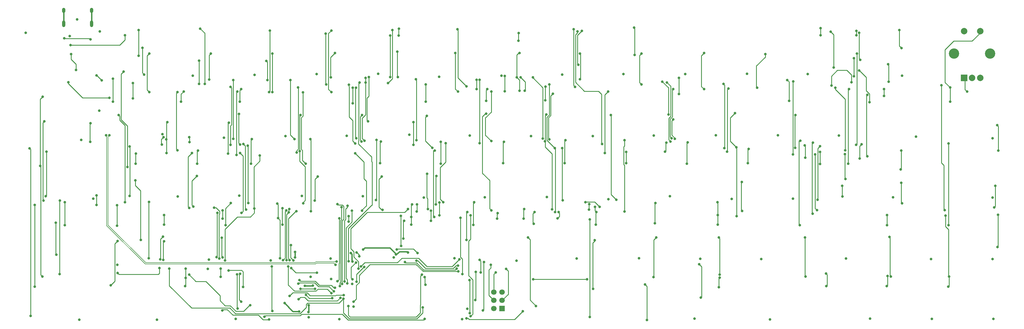
<source format=gbr>
%TF.GenerationSoftware,KiCad,Pcbnew,(6.0.8)*%
%TF.CreationDate,2023-04-08T23:36:10-04:00*%
%TF.ProjectId,keeb,6b656562-2e6b-4696-9361-645f70636258,rev?*%
%TF.SameCoordinates,Original*%
%TF.FileFunction,Copper,L1,Top*%
%TF.FilePolarity,Positive*%
%FSLAX46Y46*%
G04 Gerber Fmt 4.6, Leading zero omitted, Abs format (unit mm)*
G04 Created by KiCad (PCBNEW (6.0.8)) date 2023-04-08 23:36:10*
%MOMM*%
%LPD*%
G01*
G04 APERTURE LIST*
%TA.AperFunction,ComponentPad*%
%ADD10C,1.700000*%
%TD*%
%TA.AperFunction,ComponentPad*%
%ADD11R,1.700000X1.700000*%
%TD*%
%TA.AperFunction,ComponentPad*%
%ADD12C,2.000000*%
%TD*%
%TA.AperFunction,ComponentPad*%
%ADD13C,3.200000*%
%TD*%
%TA.AperFunction,ComponentPad*%
%ADD14R,2.000000X2.000000*%
%TD*%
%TA.AperFunction,ComponentPad*%
%ADD15O,1.000000X1.600000*%
%TD*%
%TA.AperFunction,ComponentPad*%
%ADD16O,1.000000X2.100000*%
%TD*%
%TA.AperFunction,ViaPad*%
%ADD17C,0.800000*%
%TD*%
%TA.AperFunction,Conductor*%
%ADD18C,0.200000*%
%TD*%
%TA.AperFunction,Conductor*%
%ADD19C,0.250000*%
%TD*%
%TA.AperFunction,Conductor*%
%ADD20C,0.381000*%
%TD*%
G04 APERTURE END LIST*
D10*
%TO.P,J1,1,MISO*%
%TO.N,MISO*%
X209088500Y-154622500D03*
%TO.P,J1,2,VCC*%
%TO.N,+5V*%
X211628500Y-154622500D03*
%TO.P,J1,3,SCK*%
%TO.N,SCK*%
X209088500Y-157162500D03*
%TO.P,J1,4,MOSI*%
%TO.N,MOSI*%
X211628500Y-157162500D03*
%TO.P,J1,5,~{RST}*%
%TO.N,RESET*%
X209088500Y-159702500D03*
D11*
%TO.P,J1,6,GND*%
%TO.N,GND*%
X211628500Y-159702500D03*
%TD*%
D12*
%TO.P,SW2,S2,S2*%
%TO.N,Net-(D103-Pad2)*%
X354687500Y-73712500D03*
%TO.P,SW2,S1,S1*%
%TO.N,COL9*%
X359687500Y-73712500D03*
D13*
%TO.P,SW2,MP*%
%TO.N,N/C*%
X362787500Y-80712500D03*
X351587500Y-80712500D03*
D12*
%TO.P,SW2,C,C*%
%TO.N,GND*%
X357187500Y-88212500D03*
%TO.P,SW2,B,B*%
%TO.N,RE1*%
X359687500Y-88212500D03*
D14*
%TO.P,SW2,A,A*%
%TO.N,RE2*%
X354687500Y-88212500D03*
%TD*%
D15*
%TO.P,USB1,13,SHIELD*%
%TO.N,GND*%
X75917330Y-67270635D03*
D16*
X75917330Y-71450635D03*
D15*
X84557330Y-67270635D03*
D16*
X84557330Y-71450635D03*
%TD*%
D17*
%TO.N,+5V*%
X258640000Y-106080000D03*
X87050000Y-73850000D03*
X151800000Y-162400000D03*
X151700000Y-160750000D03*
X165650000Y-159100000D03*
X339850000Y-106390000D03*
X139960000Y-144790000D03*
X363750000Y-162900000D03*
X335470000Y-87550000D03*
X106450000Y-105625000D03*
X272975000Y-144250000D03*
X86891917Y-98347714D03*
X161250000Y-162950000D03*
X301670000Y-125620000D03*
X291900000Y-144400000D03*
X178110000Y-143860000D03*
X135030000Y-87300000D03*
X297020000Y-105970000D03*
X200902750Y-159790000D03*
X216100000Y-144840000D03*
X344450000Y-144350000D03*
X230220000Y-87180000D03*
X225525000Y-125175000D03*
X294600000Y-163100000D03*
X199300000Y-162950000D03*
X282710000Y-125720000D03*
X268380000Y-87070000D03*
X165255000Y-152035000D03*
X125475000Y-106750000D03*
X325600000Y-162850000D03*
X363475000Y-144400000D03*
X192150000Y-87870000D03*
X163550000Y-106160000D03*
X306290000Y-87050000D03*
X220620000Y-106250000D03*
X149650000Y-124800000D03*
X81290000Y-107420000D03*
X77725000Y-75275000D03*
X263575000Y-124925000D03*
X315910000Y-106090000D03*
X271250000Y-162800000D03*
X244525000Y-125800000D03*
X344750000Y-162900000D03*
X249220000Y-87040000D03*
X85030000Y-125670000D03*
X206275000Y-125200000D03*
X92500000Y-146100000D03*
X115870000Y-87520000D03*
X120540000Y-147400000D03*
X168550000Y-124900000D03*
X363475000Y-125350000D03*
X111250000Y-124950000D03*
X363510000Y-106930000D03*
X129150000Y-162920000D03*
X130250000Y-124700000D03*
X104800000Y-163120000D03*
X187375000Y-125300000D03*
X332700000Y-125225000D03*
X158715000Y-150555000D03*
X151757167Y-158672714D03*
X152370000Y-149860000D03*
X196925000Y-144125000D03*
X234700000Y-144150000D03*
X158525000Y-144150000D03*
X80730000Y-163190000D03*
X64125000Y-74225000D03*
X277840000Y-105980000D03*
X120900000Y-144500000D03*
X154210000Y-87040000D03*
X80010000Y-70104000D03*
X211444466Y-87524142D03*
X254025000Y-144125000D03*
X318100000Y-144150000D03*
X173230000Y-86930000D03*
X182940000Y-105870000D03*
X239760000Y-106260000D03*
X201630000Y-106090000D03*
X287450000Y-86940000D03*
X144600000Y-106225000D03*
%TO.N,D16*%
X331340000Y-89380000D03*
X197840000Y-73114500D03*
X331140000Y-83980000D03*
X164180000Y-90360000D03*
X166130000Y-108550500D03*
X233790000Y-73114500D03*
X200580000Y-90825500D03*
X319820000Y-89540000D03*
X234260000Y-91006750D03*
X313620000Y-90630000D03*
%TO.N,D59*%
X307890000Y-108250000D03*
X242610000Y-108715500D03*
X235000000Y-73850000D03*
X365240000Y-130640000D03*
X127540000Y-109010000D03*
X65630000Y-161990000D03*
X307800000Y-130310000D03*
X157175500Y-90280000D03*
X65350000Y-110080000D03*
X365020000Y-140610000D03*
X127590000Y-90980000D03*
X157030000Y-74510000D03*
%TO.N,D31*%
X364920000Y-102890000D03*
X70340000Y-124900000D03*
X305380000Y-109140000D03*
X305490000Y-112950000D03*
X70560000Y-111070000D03*
X365310000Y-110750000D03*
X322960000Y-108820000D03*
X322380000Y-113170000D03*
%TO.N,D45*%
X125090000Y-129250000D03*
X241840000Y-128180500D03*
X364020000Y-128330000D03*
X185190000Y-129660000D03*
X73480000Y-133090000D03*
X73620000Y-143000000D03*
X364340000Y-121660000D03*
X125110000Y-131820000D03*
X237410000Y-126710000D03*
X185330000Y-127450500D03*
%TO.N,ROW0*%
X159890000Y-153270000D03*
X148860000Y-150890000D03*
X152273000Y-107156500D03*
X138625000Y-82975000D03*
X117793125Y-82931250D03*
X152400000Y-129540000D03*
X235205500Y-84160000D03*
X310249500Y-72850500D03*
X138990250Y-88900000D03*
X236370000Y-73620000D03*
X310249500Y-74993750D03*
X147320000Y-107156500D03*
X145876384Y-144661786D03*
X147955000Y-129540000D03*
X321362000Y-73660000D03*
X77366917Y-89616464D03*
X97357125Y-94581250D03*
X97357125Y-89818750D03*
X335280000Y-78962500D03*
X334645000Y-73406250D03*
X90066917Y-94378964D03*
X117793125Y-90075000D03*
X321362000Y-74993750D03*
X146050000Y-88900000D03*
%TO.N,COL9*%
X163800000Y-127835500D03*
X92570000Y-138810000D03*
X350361875Y-95631250D03*
X250093125Y-111193750D03*
X329925875Y-93787500D03*
X162830951Y-151285000D03*
X329925875Y-91731750D03*
X183479430Y-131350000D03*
X350361875Y-91185375D03*
X149239750Y-99768750D03*
X183479430Y-133731250D03*
X90502250Y-152468750D03*
X150033500Y-127068750D03*
X92448167Y-127716464D03*
X148983500Y-110881250D03*
X190818125Y-110781750D03*
X324768500Y-112553750D03*
X310114750Y-114935000D03*
X183737250Y-127450500D03*
X310114750Y-111193750D03*
X92448167Y-134066464D03*
X190623180Y-131350000D03*
X324727750Y-93503750D03*
X250093125Y-114681250D03*
%TO.N,ROW1*%
X252650000Y-81075000D03*
X320568250Y-82137500D03*
X252476000Y-72681500D03*
X107964750Y-101981250D03*
X84150000Y-108005500D03*
X124460000Y-147320000D03*
X176968750Y-75063000D03*
X179656250Y-75063000D03*
X126758500Y-111675000D03*
X84180000Y-102310000D03*
X107708173Y-111506000D03*
X124092717Y-144153576D03*
X179705000Y-73025000D03*
X124460000Y-149860000D03*
X107690000Y-107249500D03*
X127014750Y-102150000D03*
X320568250Y-87693750D03*
X170357626Y-87931750D03*
X148580000Y-151970000D03*
X176968750Y-87931750D03*
X122494585Y-128453491D03*
X114721750Y-128510214D03*
X159590578Y-154313436D03*
X115646000Y-111506250D03*
X170131250Y-101725000D03*
%TO.N,Net-(D95-Pad2)*%
X86098167Y-87437500D03*
X87685667Y-88955750D03*
%TO.N,ROW2*%
X184164750Y-101981250D03*
X184150000Y-108949500D03*
X132400000Y-129050000D03*
X158820000Y-154950000D03*
X144780000Y-129294620D03*
X143830000Y-144700000D03*
X145415000Y-146685000D03*
X131550000Y-108700500D03*
%TO.N,Net-(D108-Pad2)*%
X322155750Y-74295000D03*
X322525000Y-82625000D03*
%TO.N,ROW3*%
X188387875Y-117919181D03*
X167214799Y-147334799D03*
X188638375Y-128899500D03*
X182464715Y-128899500D03*
%TO.N,ROW4*%
X189600000Y-129360500D03*
X150929700Y-155485500D03*
X218503500Y-128896685D03*
X181075000Y-137975000D03*
X228778222Y-131762500D03*
X159030500Y-156440000D03*
X200625000Y-138400000D03*
X335482125Y-127125000D03*
X189600000Y-132475000D03*
X200870000Y-129790000D03*
X285900000Y-120510000D03*
X218308555Y-131857999D03*
X335225875Y-120775000D03*
X229108000Y-129832250D03*
X146982839Y-144743643D03*
X317000000Y-124975000D03*
X316975000Y-121650000D03*
X285972250Y-129437000D03*
X181275000Y-132525000D03*
X146280000Y-140000000D03*
%TO.N,ROW5*%
X161205055Y-131762500D03*
X139446000Y-163099500D03*
X160630000Y-151180000D03*
X180350000Y-140325000D03*
X180255055Y-130968750D03*
X124980000Y-160259901D03*
%TO.N,Net-(D136-Pad2)*%
X317775000Y-111825000D03*
X318000000Y-119575000D03*
%TO.N,ROW6*%
X273200917Y-156291464D03*
X203350917Y-157085214D03*
X198100000Y-148134500D03*
X145796000Y-155829000D03*
X162610000Y-155530000D03*
X203454000Y-148336000D03*
X272629417Y-145972714D03*
X165608000Y-157607000D03*
%TO.N,GND*%
X165300000Y-145132064D03*
X147550000Y-142120000D03*
X148776200Y-160587200D03*
X153040000Y-152540000D03*
X147562701Y-143857299D03*
X168640000Y-141430000D03*
X182530000Y-142350000D03*
X164820000Y-142520000D03*
X150540000Y-152670000D03*
X178750000Y-142960000D03*
X144272000Y-157988000D03*
%TO.N,MISO*%
X167956296Y-146664585D03*
X198420000Y-144480000D03*
X209640000Y-148470000D03*
X204640000Y-144590000D03*
X204980000Y-148500000D03*
%TO.N,SCK*%
X185136709Y-144855500D03*
X166380000Y-145450000D03*
X208190000Y-146160000D03*
X165270000Y-150650000D03*
X197980000Y-146410000D03*
%TO.N,MOSI*%
X212875000Y-147395000D03*
X181600000Y-145325500D03*
X197539285Y-147307092D03*
%TO.N,RESET*%
X166576156Y-151382469D03*
X168950000Y-146810000D03*
X206070000Y-145325500D03*
X205732167Y-160260214D03*
%TO.N,D-*%
X89021053Y-105984630D03*
X160093250Y-146178467D03*
%TO.N,D+*%
X160380000Y-145100000D03*
X90066917Y-106041250D03*
%TO.N,Net-(R4-Pad2)*%
X79675131Y-85732115D03*
X78160667Y-80885214D03*
%TO.N,COL0*%
X194194625Y-108469750D03*
X262710000Y-89625000D03*
X263810380Y-107914500D03*
X235758500Y-88656250D03*
X148500000Y-91175500D03*
X168289750Y-99768750D03*
X148077326Y-111302978D03*
X130550000Y-111500000D03*
X129540000Y-149135500D03*
X204719128Y-88794250D03*
X168074299Y-107916823D03*
X165400000Y-96100000D03*
X69293250Y-149775000D03*
X204680750Y-108469750D03*
X235758500Y-80718750D03*
X202958500Y-126756250D03*
X268839750Y-114850000D03*
X123444000Y-130020019D03*
X113665000Y-147320000D03*
X269070000Y-108204500D03*
X130968750Y-130085500D03*
X202730930Y-133774500D03*
X113521000Y-152781250D03*
X123190000Y-143724500D03*
X68580625Y-115475000D03*
X113665000Y-150241000D03*
X69374375Y-94043750D03*
X193433500Y-126756250D03*
X165400000Y-91250000D03*
X129750000Y-159675000D03*
%TO.N,COL1*%
X201600000Y-161100000D03*
X108585000Y-147320000D03*
X177693250Y-73406250D03*
X201588707Y-150843007D03*
X98183500Y-114850000D03*
X288024500Y-110253964D03*
X219688555Y-137700000D03*
X99112000Y-73406250D03*
X94471000Y-86275000D03*
X280416000Y-109982000D03*
X188341000Y-100012500D03*
X228053722Y-129831750D03*
X107000000Y-138825000D03*
X187925000Y-152350000D03*
X99112000Y-81343750D03*
X190024375Y-109918750D03*
X222150000Y-158900000D03*
X187074000Y-159313000D03*
X287768250Y-114681250D03*
X254808500Y-90243750D03*
X188012000Y-95631250D03*
X226233500Y-90243750D03*
X188012000Y-90243250D03*
X221429055Y-133475000D03*
X162525000Y-156650000D03*
X280174039Y-90105500D03*
X98270000Y-111700000D03*
X106748404Y-144624282D03*
X95623167Y-115810214D03*
X99750000Y-138425000D03*
X254808500Y-80718750D03*
X98114250Y-120015000D03*
X228000000Y-110000000D03*
X221676753Y-129831750D03*
X176341978Y-89817581D03*
X187698167Y-149941464D03*
%TO.N,COL2*%
X116025000Y-128075000D03*
X117233500Y-114850000D03*
X111139750Y-110663500D03*
X249555000Y-129667000D03*
X274161875Y-91731750D03*
X207062000Y-91662500D03*
X111139750Y-92625000D03*
X206726160Y-99343750D03*
X249555625Y-107537500D03*
X318846000Y-114850000D03*
X240629430Y-133731250D03*
X240326055Y-138493750D03*
X161890548Y-128285500D03*
X239825000Y-153625000D03*
X264636875Y-91731750D03*
X117489750Y-110781750D03*
X274161875Y-80550000D03*
X264135437Y-106940035D03*
X161404241Y-152760681D03*
X319102250Y-91731750D03*
X240399500Y-128175000D03*
X240824375Y-129831750D03*
X102408500Y-80718750D03*
X117164250Y-118650000D03*
X208362701Y-129275500D03*
X102408500Y-92625000D03*
X206726160Y-95375000D03*
%TO.N,COL3*%
X293116000Y-80885214D03*
X281700000Y-91550500D03*
X120950000Y-88700000D03*
X166500142Y-106974500D03*
X262475000Y-108262000D03*
X258500000Y-149975000D03*
X278757167Y-153116464D03*
X224901987Y-107874007D03*
X186800000Y-149175000D03*
X262054417Y-111047714D03*
X238506000Y-129032000D03*
X210240000Y-130120000D03*
X121458500Y-80718750D03*
X134150000Y-107216964D03*
X281305000Y-111116964D03*
X225318250Y-99600000D03*
X259376055Y-137700000D03*
X199325000Y-149000000D03*
X278979417Y-150147217D03*
X317873167Y-110650000D03*
X259135667Y-127000000D03*
X335200000Y-110775000D03*
X166399177Y-91275500D03*
X128375000Y-88900500D03*
X227129417Y-128968750D03*
X290625000Y-91281750D03*
X128397000Y-107078964D03*
X198720000Y-131590000D03*
X164000000Y-158900000D03*
X238633000Y-127381000D03*
X335079417Y-116603964D03*
X258940722Y-133272714D03*
X133902250Y-114850000D03*
X210100000Y-131800000D03*
X225004417Y-95172714D03*
X225075000Y-90968250D03*
X314825000Y-91281750D03*
%TO.N,COL4*%
X321300000Y-109000500D03*
X140508500Y-80718750D03*
X310050000Y-109425000D03*
X311958500Y-148881750D03*
X245283500Y-99768750D03*
X140508500Y-92625000D03*
X102290000Y-126655500D03*
X76214750Y-133900000D03*
X278979417Y-149147714D03*
X246973167Y-125962500D03*
X114750000Y-149225000D03*
X201895474Y-162095073D03*
X102235000Y-144145000D03*
X150806500Y-114850000D03*
X154539750Y-118818750D03*
X76214750Y-126756250D03*
X309321000Y-125962500D03*
X321483500Y-80718750D03*
X148590000Y-156845000D03*
X149987000Y-92710000D03*
X278729430Y-137700000D03*
X192205597Y-126840992D03*
X278426055Y-133731250D03*
X133675000Y-158650000D03*
X161573980Y-156342484D03*
X153640000Y-126270000D03*
X278364750Y-126744250D03*
X312039625Y-152781250D03*
X238760000Y-162306000D03*
X278450000Y-130724500D03*
X201872186Y-130810000D03*
X238760000Y-132080000D03*
X192273555Y-130810000D03*
%TO.N,COL5*%
X331008500Y-149606250D03*
X105530000Y-147160000D03*
X174383500Y-118818750D03*
X264585242Y-101100752D03*
X154305000Y-148590000D03*
X169394969Y-88200625D03*
X145596237Y-129871475D03*
X173893125Y-114681250D03*
X106976055Y-130738000D03*
X265170000Y-107100000D03*
X105770000Y-144420000D03*
X304021000Y-107706250D03*
X145776761Y-128899500D03*
X330786250Y-152781250D03*
X92583000Y-148717000D03*
X146313947Y-147121919D03*
X158624500Y-88075000D03*
X263159000Y-99600000D03*
X305608500Y-149775000D03*
X74710000Y-126250000D03*
X106976055Y-133731250D03*
X174100000Y-107950000D03*
X305413555Y-137700000D03*
X144872299Y-144682299D03*
X169386875Y-89650125D03*
X69620000Y-126230000D03*
X69864750Y-101668750D03*
X261260000Y-89381250D03*
X174639750Y-129137500D03*
X303826055Y-133900000D03*
X106640000Y-137430000D03*
X169050000Y-107700000D03*
X159861875Y-80550000D03*
X74627250Y-148981250D03*
%TO.N,COL6*%
X191091430Y-127450500D03*
X192639750Y-114850000D03*
X230251000Y-109986375D03*
X330813555Y-133900000D03*
X91174500Y-95631250D03*
X284177250Y-109744750D03*
X191286375Y-118650000D03*
X185164252Y-107538000D03*
X350058500Y-149775000D03*
X230450000Y-126150000D03*
X331601148Y-137468797D03*
X284226000Y-131064000D03*
X92883500Y-99768750D03*
X153670000Y-153580500D03*
X179200000Y-80100000D03*
X126950000Y-147900000D03*
X126026055Y-133900000D03*
X331986153Y-149814097D03*
X179350000Y-87975000D03*
X91174500Y-88487500D03*
X124820000Y-137750000D03*
X192690247Y-108019750D03*
X125054165Y-143880404D03*
X94829417Y-126756250D03*
X283741917Y-99141464D03*
X131445000Y-153035000D03*
X349836250Y-152950000D03*
X348948305Y-130891464D03*
X330813555Y-130725000D03*
X127670000Y-127025500D03*
X149225000Y-153580500D03*
X184958500Y-88656250D03*
%TO.N,COL7*%
X130850000Y-157600000D03*
X300557125Y-95375000D03*
X208280625Y-107744750D03*
X208280625Y-92456250D03*
X139714750Y-73575000D03*
X139508997Y-92625000D03*
X129443125Y-112113000D03*
X158764750Y-92625000D03*
X302400000Y-109925000D03*
X129699375Y-92456250D03*
X302433500Y-99768750D03*
X125840000Y-144790000D03*
X113030625Y-92456250D03*
X349863555Y-133900000D03*
X212450875Y-92387000D03*
X211993125Y-114681250D03*
X143599500Y-133731250D03*
X158764750Y-73575000D03*
X266425875Y-88231250D03*
X136649750Y-112300000D03*
X130512735Y-148905733D03*
X212249375Y-108019250D03*
X266425875Y-93180750D03*
X212440000Y-87613125D03*
X143637000Y-128651000D03*
X299970000Y-88860000D03*
X112236875Y-95631250D03*
X197961875Y-92456250D03*
X134950000Y-128675000D03*
X217350000Y-88063125D03*
X197160000Y-80530000D03*
X218654417Y-92200000D03*
X349885000Y-108585000D03*
%TO.N,LED*%
X76075000Y-75975000D03*
X167520000Y-89650125D03*
X118150000Y-72950000D03*
X164084000Y-145034000D03*
X119550000Y-90075000D03*
X84200000Y-76250000D03*
%TO.N,RE2*%
X165114750Y-129380750D03*
X243439750Y-111506250D03*
X244489750Y-92456250D03*
X355614750Y-92456250D03*
X168289750Y-129380750D03*
X166128500Y-111618750D03*
X163665652Y-151902717D03*
%TO.N,RE1*%
X162106451Y-152049412D03*
X221156924Y-88063125D03*
X172600000Y-126048000D03*
X301760000Y-89345500D03*
X172730000Y-107450000D03*
X301749750Y-111918250D03*
X224218500Y-106997500D03*
X309149750Y-129222500D03*
X160690000Y-127325500D03*
X347662500Y-90487500D03*
X348725000Y-129222500D03*
X308596500Y-111918250D03*
%TO.N,COL8*%
X216708500Y-76750000D03*
X164126055Y-131038000D03*
X140335000Y-146685000D03*
X106310000Y-108894500D03*
X227385667Y-93103464D03*
X96347667Y-109454500D03*
X86075000Y-124625000D03*
X86098167Y-127635000D03*
X142240000Y-131685214D03*
X226312299Y-107287701D03*
X164150000Y-132775000D03*
X203719625Y-88794250D03*
X66912000Y-152950000D03*
X130480000Y-108860000D03*
X133010000Y-127025500D03*
X114880000Y-108134500D03*
X314320000Y-84990000D03*
X231299375Y-107537500D03*
X325452250Y-95800000D03*
X66912000Y-127635000D03*
X130167625Y-99375000D03*
X313410000Y-73900000D03*
X114730000Y-106567000D03*
X140500000Y-160424500D03*
X130862000Y-91662500D03*
X96325000Y-124800000D03*
X322208000Y-85910000D03*
X106800000Y-106600000D03*
X130423875Y-95631250D03*
X132875000Y-109250500D03*
X216200000Y-88063125D03*
X216820000Y-74340000D03*
X142010000Y-127185500D03*
X203719625Y-91662500D03*
X217011875Y-80550000D03*
X142875000Y-144145000D03*
X217044910Y-92200000D03*
X231043125Y-114681250D03*
%TO.N,Net-(D2-Pad2)*%
X94850000Y-75050000D03*
X78050000Y-78050000D03*
%TO.N,Net-(D3-Pad2)*%
X100275000Y-78950000D03*
X100825000Y-87175000D03*
%TO.N,Net-(D49-Pad2)*%
X167400000Y-143510000D03*
X166580000Y-142290000D03*
%TO.N,Net-(D50-Pad2)*%
X179060000Y-141420000D03*
X185420000Y-142480000D03*
%TO.N,Net-(D62-Pad2)*%
X187620000Y-162920000D03*
X138060000Y-162200000D03*
%TO.N,Net-(D63-Pad2)*%
X255910000Y-152230000D03*
X237980000Y-150650000D03*
X256500000Y-163204364D03*
X221240000Y-150610000D03*
X218089201Y-160489201D03*
X200580000Y-162740000D03*
%TD*%
D18*
%TO.N,D+*%
X101262389Y-145490000D02*
X89650000Y-133877611D01*
X89650000Y-133877611D02*
X89650000Y-106458167D01*
X154106825Y-145230000D02*
X153896003Y-145300000D01*
X160250000Y-145230000D02*
X154106825Y-145230000D01*
X89650000Y-106458167D02*
X90066917Y-106041250D01*
X160380000Y-145100000D02*
X160250000Y-145230000D01*
X153896003Y-145300000D02*
X153706003Y-145490000D01*
X153706003Y-145490000D02*
X101262389Y-145490000D01*
%TO.N,D-*%
X89200000Y-106163577D02*
X89021053Y-105984630D01*
X153911496Y-145890000D02*
X101096703Y-145890000D01*
X154171496Y-145630000D02*
X153911496Y-145890000D01*
X89200000Y-133993297D02*
X89200000Y-106163577D01*
X159544783Y-145630000D02*
X154171496Y-145630000D01*
X101096703Y-145890000D02*
X89200000Y-133993297D01*
X160093250Y-146178467D02*
X159544783Y-145630000D01*
D19*
%TO.N,D16*%
X318380000Y-85850000D02*
X319820000Y-87290000D01*
X319820000Y-87290000D02*
X319820000Y-89540000D01*
X313620000Y-87680000D02*
X315450000Y-85850000D01*
X313620000Y-90630000D02*
X313620000Y-87680000D01*
X315450000Y-85850000D02*
X318380000Y-85850000D01*
%TO.N,Net-(D63-Pad2)*%
X201450000Y-163080000D02*
X201110000Y-162740000D01*
X215498402Y-163080000D02*
X201450000Y-163080000D01*
X201110000Y-162740000D02*
X200580000Y-162740000D01*
X218089201Y-160489201D02*
X215498402Y-163080000D01*
%TO.N,COL1*%
X220350000Y-138361445D02*
X219688555Y-137700000D01*
X220350000Y-157100000D02*
X220350000Y-138361445D01*
X222150000Y-158900000D02*
X220350000Y-157100000D01*
%TO.N,LED*%
X76100000Y-76000000D02*
X76075000Y-75975000D01*
X84200000Y-76250000D02*
X83950000Y-76000000D01*
X83950000Y-76000000D02*
X76100000Y-76000000D01*
%TO.N,Net-(D2-Pad2)*%
X94850000Y-76450000D02*
X93250000Y-78050000D01*
X94850000Y-75050000D02*
X94850000Y-76450000D01*
X93250000Y-78050000D02*
X78050000Y-78050000D01*
%TO.N,COL8*%
X140335000Y-160259500D02*
X140335000Y-146685000D01*
X140500000Y-160424500D02*
X140335000Y-160259500D01*
%TO.N,Net-(D62-Pad2)*%
X187300000Y-163240000D02*
X187620000Y-162920000D01*
X149549396Y-161475000D02*
X162175000Y-161475000D01*
X162175000Y-161475000D02*
X163940000Y-163240000D01*
X149099396Y-161925000D02*
X149549396Y-161475000D01*
X141098604Y-161925000D02*
X149099396Y-161925000D01*
X163940000Y-163240000D02*
X187300000Y-163240000D01*
X141088604Y-161915000D02*
X141098604Y-161925000D01*
X138345000Y-161915000D02*
X141088604Y-161915000D01*
X138060000Y-162200000D02*
X138345000Y-161915000D01*
D20*
%TO.N,+5V*%
X151757167Y-160692833D02*
X151700000Y-160750000D01*
X151757167Y-158672714D02*
X151757167Y-160692833D01*
D19*
%TO.N,D16*%
X197840000Y-73114500D02*
X197950000Y-73224500D01*
X197950000Y-73224500D02*
X197950000Y-88195500D01*
X165380000Y-101395907D02*
X164320000Y-100335907D01*
X331340000Y-89380000D02*
X331340000Y-84180000D01*
X165380000Y-105450000D02*
X165380000Y-101395907D01*
X164320000Y-100335907D02*
X164320000Y-93700000D01*
X233790000Y-73114500D02*
X233790000Y-90536750D01*
X164170000Y-90810000D02*
X164170000Y-90370000D01*
X166130000Y-108550500D02*
X165380000Y-107800500D01*
X165380000Y-107800500D02*
X165380000Y-105450000D01*
X233790000Y-90536750D02*
X234260000Y-91006750D01*
X164320000Y-90960000D02*
X164170000Y-90810000D01*
X331340000Y-84180000D02*
X331140000Y-83980000D01*
X164170000Y-90370000D02*
X164180000Y-90360000D01*
X197950000Y-88195500D02*
X200580000Y-90825500D01*
X164320000Y-93700000D02*
X164320000Y-90960000D01*
%TO.N,D59*%
X307890000Y-108250000D02*
X307670000Y-108470000D01*
X235000000Y-74240000D02*
X234390000Y-74850000D01*
X65630000Y-110360000D02*
X65350000Y-110080000D01*
X127920000Y-91340000D02*
X127920000Y-91310000D01*
X157030000Y-90134500D02*
X157030000Y-74510000D01*
X241490000Y-92360000D02*
X242410000Y-93280000D01*
X235000000Y-73850000D02*
X235000000Y-74240000D01*
X234390000Y-89620000D02*
X237130000Y-92360000D01*
X307670000Y-112220000D02*
X307670000Y-130180000D01*
X365240000Y-140390000D02*
X365240000Y-130640000D01*
X127920000Y-102740000D02*
X127920000Y-91340000D01*
X65630000Y-161990000D02*
X65630000Y-110360000D01*
X365020000Y-140610000D02*
X365240000Y-140390000D01*
X237130000Y-92360000D02*
X241490000Y-92360000D01*
X127920000Y-91310000D02*
X127590000Y-90980000D01*
X307670000Y-108470000D02*
X307670000Y-112220000D01*
X234390000Y-74850000D02*
X234390000Y-89620000D01*
X242410000Y-108515500D02*
X242610000Y-108715500D01*
X127540000Y-103120000D02*
X127920000Y-102740000D01*
X307670000Y-130180000D02*
X307800000Y-130310000D01*
X127540000Y-109010000D02*
X127540000Y-103120000D01*
X157175500Y-90280000D02*
X157030000Y-90134500D01*
X242410000Y-93280000D02*
X242410000Y-108515500D01*
%TO.N,D31*%
X70560000Y-111070000D02*
X70560000Y-124680000D01*
X364920000Y-102890000D02*
X365310000Y-103280000D01*
X322380000Y-109400000D02*
X322380000Y-113170000D01*
X322960000Y-108820000D02*
X322380000Y-109400000D01*
X305490000Y-112950000D02*
X305490000Y-109250000D01*
X305490000Y-109250000D02*
X305380000Y-109140000D01*
X70560000Y-124680000D02*
X70340000Y-124900000D01*
X365310000Y-103280000D02*
X365310000Y-110750000D01*
%TO.N,D45*%
X241840000Y-128180500D02*
X240315500Y-126656000D01*
X185330000Y-127450500D02*
X185330000Y-129520000D01*
X73480000Y-133090000D02*
X73480000Y-142860000D01*
X364340000Y-128010000D02*
X364020000Y-128330000D01*
X364340000Y-121660000D02*
X364340000Y-128010000D01*
X73480000Y-142860000D02*
X73620000Y-143000000D01*
X125110000Y-129270000D02*
X125090000Y-129250000D01*
X240315500Y-126656000D02*
X237464000Y-126656000D01*
X237464000Y-126656000D02*
X237410000Y-126710000D01*
X125110000Y-131820000D02*
X125110000Y-129270000D01*
X185330000Y-129520000D02*
X185190000Y-129660000D01*
%TO.N,ROW0*%
X234980000Y-75010000D02*
X236370000Y-73620000D01*
X147320000Y-107156500D02*
X146050000Y-105886500D01*
X145490000Y-144275402D02*
X145490000Y-131861241D01*
X334645000Y-78327500D02*
X335280000Y-78962500D01*
X97357125Y-89818750D02*
X97357125Y-94581250D01*
X79375305Y-92025000D02*
X81729269Y-94378964D01*
X321362000Y-73660000D02*
X321362000Y-74993750D01*
X159890000Y-153270000D02*
X159568097Y-153270000D01*
X77366917Y-89616464D02*
X77366917Y-90041917D01*
X117793125Y-90075000D02*
X117793125Y-82931250D01*
X159568097Y-153270000D02*
X158788097Y-152490000D01*
X310249500Y-74993750D02*
X310249500Y-72850500D01*
X152400000Y-129540000D02*
X152400000Y-107283500D01*
X138990250Y-83340250D02*
X138990250Y-88900000D01*
X152400000Y-107283500D02*
X152273000Y-107156500D01*
X149220000Y-151250000D02*
X148860000Y-150890000D01*
X145876384Y-144661786D02*
X145490000Y-144275402D01*
X145490000Y-131861241D02*
X147811241Y-129540000D01*
X334645000Y-73406250D02*
X334645000Y-78327500D01*
X146050000Y-105886500D02*
X146050000Y-88900000D01*
X155030000Y-152490000D02*
X153790000Y-151250000D01*
X77366917Y-90041917D02*
X79350000Y-92025000D01*
X79350000Y-92025000D02*
X79375305Y-92025000D01*
X235205500Y-84160000D02*
X234980000Y-83934500D01*
X138625000Y-82975000D02*
X138990250Y-83340250D01*
X153790000Y-151250000D02*
X149220000Y-151250000D01*
X81729269Y-94378964D02*
X90066917Y-94378964D01*
X147811241Y-129540000D02*
X147955000Y-129540000D01*
X234980000Y-83934500D02*
X234980000Y-75010000D01*
X158788097Y-152490000D02*
X155030000Y-152490000D01*
%TO.N,COL9*%
X250093125Y-111193750D02*
X250093125Y-114681250D01*
X183542305Y-127450500D02*
X183542305Y-131287125D01*
X310114750Y-111193750D02*
X310114750Y-114935000D01*
X163800000Y-127835500D02*
X163800000Y-128282083D01*
X350361875Y-95631250D02*
X350361875Y-91185375D01*
X148964750Y-110497646D02*
X148964750Y-100043750D01*
X357200000Y-76835000D02*
X360005000Y-74030000D01*
X148964750Y-100043750D02*
X149239750Y-99768750D01*
X324471500Y-93503750D02*
X324471500Y-112256750D01*
X190366930Y-131350000D02*
X190366930Y-110781750D01*
X348798501Y-79508999D02*
X351472500Y-76835000D01*
X163800000Y-128282083D02*
X163195000Y-128887083D01*
X150700000Y-126146000D02*
X150700000Y-115768805D01*
X149777250Y-127068750D02*
X150700000Y-126146000D01*
X91730000Y-139650000D02*
X91730000Y-151241000D01*
X163195000Y-132080000D02*
X162830951Y-132444049D01*
X92570000Y-138810000D02*
X91730000Y-139650000D01*
X162830951Y-132444049D02*
X162830951Y-151285000D01*
X148983500Y-114052305D02*
X148983500Y-110881250D01*
X351472500Y-76835000D02*
X357200000Y-76835000D01*
X92448167Y-127716464D02*
X92448167Y-134066464D01*
X91730000Y-151241000D02*
X90502250Y-152468750D01*
X183542305Y-131287125D02*
X183479430Y-131350000D01*
X148950000Y-110512396D02*
X148964750Y-110497646D01*
X149239750Y-110881250D02*
X148950000Y-110591500D01*
X150700000Y-115768805D02*
X148983500Y-114052305D01*
X348798501Y-89622001D02*
X348798501Y-79508999D01*
X350361875Y-91185375D02*
X348798501Y-89622001D01*
X183479430Y-133731250D02*
X183479430Y-131350000D01*
X148950000Y-110591500D02*
X148950000Y-110512396D01*
X324471500Y-112256750D02*
X324768500Y-112553750D01*
X163195000Y-128887083D02*
X163195000Y-132080000D01*
X329925875Y-93787500D02*
X329925875Y-91731750D01*
%TO.N,ROW1*%
X124092717Y-144153576D02*
X123970000Y-144030859D01*
X114721750Y-128510214D02*
X114416917Y-128205381D01*
X154843604Y-152940000D02*
X153663604Y-151760000D01*
X153663604Y-151760000D02*
X148790000Y-151760000D01*
X179656250Y-73073750D02*
X179656250Y-75063000D01*
X123970000Y-130519324D02*
X124169000Y-130320324D01*
X124460000Y-149860000D02*
X124460000Y-147320000D01*
X169836875Y-94456250D02*
X170357626Y-93935499D01*
X252650000Y-81075000D02*
X252681250Y-81043750D01*
X107708500Y-111505673D02*
X107708173Y-111506000D01*
X170131250Y-101725000D02*
X169836875Y-101430625D01*
X252681250Y-72886750D02*
X252476000Y-72681500D01*
X169836875Y-101430625D02*
X169836875Y-94456250D01*
X107690000Y-107249500D02*
X107708500Y-107268000D01*
X123051463Y-128453491D02*
X122494585Y-128453491D01*
X114416917Y-112735333D02*
X115646000Y-111506250D01*
X84150000Y-108005500D02*
X84030750Y-107886250D01*
X170357626Y-93935499D02*
X170357626Y-87931750D01*
X107708500Y-107268000D02*
X107708500Y-111505673D01*
X126758500Y-111675000D02*
X126758500Y-102150000D01*
X159473436Y-154313436D02*
X158100000Y-152940000D01*
X320568250Y-82137500D02*
X320568250Y-87693750D01*
X148790000Y-151760000D02*
X148580000Y-151970000D01*
X107708500Y-107231000D02*
X107708500Y-101981250D01*
X252681250Y-81043750D02*
X252681250Y-72886750D01*
X84030750Y-102459250D02*
X84180000Y-102310000D01*
X114416917Y-128205381D02*
X114416917Y-112735333D01*
X176968750Y-87931750D02*
X176968750Y-75063000D01*
X84030750Y-107886250D02*
X84030750Y-102459250D01*
X107690000Y-107249500D02*
X107708500Y-107231000D01*
X158100000Y-152940000D02*
X154843604Y-152940000D01*
X123970000Y-144030859D02*
X123970000Y-130519324D01*
X124169000Y-129571028D02*
X123051463Y-128453491D01*
X179705000Y-73025000D02*
X179656250Y-73073750D01*
X159590578Y-154313436D02*
X159473436Y-154313436D01*
X124169000Y-130320324D02*
X124169000Y-129571028D01*
%TO.N,Net-(D95-Pad2)*%
X86167417Y-87437500D02*
X86098167Y-87437500D01*
X87685667Y-88955750D02*
X86167417Y-87437500D01*
%TO.N,ROW2*%
X132150000Y-128800000D02*
X132400000Y-129050000D01*
X131550000Y-108700500D02*
X132150000Y-109300500D01*
X144440000Y-144090000D02*
X144440000Y-129634620D01*
X157540000Y-153670000D02*
X154605805Y-153670000D01*
X153970305Y-154305500D02*
X147320500Y-154305500D01*
X184164750Y-101981250D02*
X184164750Y-108934750D01*
X145415000Y-152400000D02*
X145415000Y-146685000D01*
X154605805Y-153670000D02*
X153970305Y-154305500D01*
X132150000Y-109300500D02*
X132150000Y-128800000D01*
X143830000Y-144700000D02*
X144440000Y-144090000D01*
X158820000Y-154950000D02*
X157540000Y-153670000D01*
X144440000Y-129634620D02*
X144780000Y-129294620D01*
X147320500Y-154305500D02*
X145415000Y-152400000D01*
X184164750Y-108934750D02*
X184150000Y-108949500D01*
%TO.N,Net-(D108-Pad2)*%
X322525000Y-82625000D02*
X322208000Y-82308000D01*
X322208000Y-74347250D02*
X322155750Y-74295000D01*
X322208000Y-82308000D02*
X322208000Y-74347250D01*
%TO.N,ROW3*%
X188602250Y-125631445D02*
X188327250Y-125356445D01*
X188327250Y-117979806D02*
X188387875Y-117919181D01*
X164825000Y-134925000D02*
X169875000Y-129875000D01*
X188602250Y-128679375D02*
X188602250Y-125631445D01*
X169875000Y-129875000D02*
X181489215Y-129875000D01*
X164825000Y-141155000D02*
X164825000Y-134925000D01*
X167214799Y-145194799D02*
X165730000Y-143710000D01*
X165730000Y-142060000D02*
X164825000Y-141155000D01*
X181489215Y-129875000D02*
X182464715Y-128899500D01*
X188327250Y-125356445D02*
X188327250Y-117979806D01*
X165730000Y-143710000D02*
X165730000Y-142060000D01*
X167214799Y-147334799D02*
X167214799Y-145194799D01*
%TO.N,ROW4*%
X229362000Y-130175000D02*
X229362000Y-131178722D01*
X317000000Y-124975000D02*
X316975000Y-124950000D01*
X151964200Y-156520000D02*
X150929700Y-155485500D01*
X159030500Y-156440000D02*
X158950500Y-156520000D01*
X335225875Y-127125000D02*
X335225875Y-120775000D01*
X229108000Y-129921000D02*
X229362000Y-130175000D01*
X285900000Y-120510000D02*
X285716000Y-120694000D01*
X218308555Y-131857999D02*
X218308555Y-128896685D01*
X181075000Y-132725000D02*
X181275000Y-132525000D01*
X189600000Y-132475000D02*
X189600000Y-129360500D01*
X146180000Y-140100000D02*
X146180000Y-143940804D01*
X181075000Y-137975000D02*
X181075000Y-132725000D01*
X229362000Y-131178722D02*
X228778222Y-131762500D01*
X200625000Y-130035000D02*
X200870000Y-129790000D01*
X229108000Y-129832250D02*
X229108000Y-129921000D01*
X285716000Y-120694000D02*
X285716000Y-129437000D01*
X146280000Y-140000000D02*
X146180000Y-140100000D01*
X146180000Y-143940804D02*
X146982839Y-144743643D01*
X316975000Y-124950000D02*
X316975000Y-121650000D01*
X158950500Y-156520000D02*
X151964200Y-156520000D01*
X200625000Y-138400000D02*
X200625000Y-130035000D01*
%TO.N,ROW5*%
X137659500Y-163189500D02*
X136210500Y-161740500D01*
X180255055Y-140230055D02*
X180255055Y-130968750D01*
X139356000Y-163189500D02*
X137659500Y-163189500D01*
X160732000Y-151180000D02*
X161177750Y-150734250D01*
X161177750Y-150734250D02*
X161177750Y-145702019D01*
X161205055Y-145674714D02*
X161205055Y-131762500D01*
X126515401Y-159985401D02*
X125254500Y-159985401D01*
X125254500Y-159985401D02*
X124980000Y-160259901D01*
X161177750Y-145702019D02*
X161205055Y-145674714D01*
X139446000Y-163099500D02*
X139356000Y-163189500D01*
X128270500Y-161740500D02*
X126515401Y-159985401D01*
X180350000Y-140325000D02*
X180255055Y-140230055D01*
X136210500Y-161740500D02*
X128270500Y-161740500D01*
X160630000Y-151180000D02*
X160732000Y-151180000D01*
%TO.N,Net-(D136-Pad2)*%
X318000000Y-119575000D02*
X317775000Y-119350000D01*
X317775000Y-119350000D02*
X317775000Y-111825000D01*
%TO.N,ROW6*%
X203454000Y-156464000D02*
X203454000Y-156982131D01*
X152179505Y-155710000D02*
X151230005Y-154760500D01*
X146864500Y-154760500D02*
X145796000Y-155829000D01*
X167386000Y-149425396D02*
X167386000Y-151638000D01*
X166497000Y-152527000D02*
X166497000Y-156718000D01*
X198100000Y-148134500D02*
X198034500Y-148200000D01*
X151230005Y-154760500D02*
X146864500Y-154760500D01*
X169891917Y-146919479D02*
X167386000Y-149425396D01*
X187200000Y-148200000D02*
X185050000Y-146050000D01*
X198034500Y-148200000D02*
X187200000Y-148200000D01*
X203454000Y-156464000D02*
X203454000Y-148336000D01*
X203454000Y-156966047D02*
X203454000Y-156464000D01*
X160100000Y-155710000D02*
X152179505Y-155710000D01*
X185050000Y-146050000D02*
X170750000Y-146050000D01*
X167386000Y-151638000D02*
X166497000Y-152527000D01*
X162610000Y-155530000D02*
X160280000Y-155530000D01*
X273423167Y-146766464D02*
X273423167Y-156291464D01*
X169891917Y-146908083D02*
X169891917Y-146919479D01*
X170750000Y-146050000D02*
X169891917Y-146908083D01*
X272629417Y-145972714D02*
X273423167Y-146766464D01*
X160280000Y-155530000D02*
X160100000Y-155710000D01*
X166497000Y-156718000D02*
X165608000Y-157607000D01*
D20*
%TO.N,GND*%
X165100000Y-142800000D02*
X165100000Y-144932064D01*
X169150000Y-140920000D02*
X176880000Y-140920000D01*
X179850000Y-142090000D02*
X178980000Y-142960000D01*
X152910000Y-152670000D02*
X153040000Y-152540000D01*
X147550000Y-143844598D02*
X147562701Y-143857299D01*
X182270000Y-142090000D02*
X179850000Y-142090000D01*
X164820000Y-142520000D02*
X165100000Y-142800000D01*
X75917330Y-67270635D02*
X75917330Y-71450635D01*
X178980000Y-142960000D02*
X178750000Y-142960000D01*
X178750000Y-142790000D02*
X178750000Y-142960000D01*
X182530000Y-142350000D02*
X182270000Y-142090000D01*
X168640000Y-141430000D02*
X169150000Y-140920000D01*
X84557330Y-67270635D02*
X84557330Y-71450635D01*
X165100000Y-144932064D02*
X165300000Y-145132064D01*
X147550000Y-142120000D02*
X147550000Y-143844598D01*
X148776200Y-160587200D02*
X146871200Y-160587200D01*
X150540000Y-152670000D02*
X152910000Y-152670000D01*
X176880000Y-140920000D02*
X178750000Y-142790000D01*
X146871200Y-160587200D02*
X144272000Y-157988000D01*
D19*
%TO.N,MISO*%
X209088500Y-154622500D02*
X209088500Y-149021500D01*
X185786299Y-144100000D02*
X188366299Y-146680000D01*
X167956296Y-146664585D02*
X169130881Y-145490000D01*
X204980000Y-144930000D02*
X204980000Y-148500000D01*
X196220000Y-146680000D02*
X198420000Y-144480000D01*
X179230000Y-145490000D02*
X180620000Y-144100000D01*
X209088500Y-149021500D02*
X209640000Y-148470000D01*
X180620000Y-144100000D02*
X185786299Y-144100000D01*
X169130881Y-145490000D02*
X179230000Y-145490000D01*
X204640000Y-144590000D02*
X204980000Y-144930000D01*
X188366299Y-146680000D02*
X196220000Y-146680000D01*
%TO.N,SCK*%
X197411072Y-146410000D02*
X197980000Y-146410000D01*
X164900000Y-146930000D02*
X164900000Y-150280000D01*
X196591072Y-147230000D02*
X197411072Y-146410000D01*
X207525000Y-147750305D02*
X207525000Y-155599000D01*
X208190000Y-147085305D02*
X207525000Y-147750305D01*
X208190000Y-146160000D02*
X208190000Y-147085305D01*
X185516494Y-144855500D02*
X187890994Y-147230000D01*
X164900000Y-150280000D02*
X165270000Y-150650000D01*
X166380000Y-145450000D02*
X164900000Y-146930000D01*
X207525000Y-155599000D02*
X209088500Y-157162500D01*
X185136709Y-144855500D02*
X185516494Y-144855500D01*
X187890994Y-147230000D02*
X196591072Y-147230000D01*
%TO.N,MOSI*%
X197136377Y-147710000D02*
X197539285Y-147307092D01*
X185216396Y-145580000D02*
X187346396Y-147710000D01*
X187346396Y-147710000D02*
X197136377Y-147710000D01*
X213550000Y-148070000D02*
X213550000Y-155241000D01*
X213550000Y-155241000D02*
X211628500Y-157162500D01*
X181600000Y-145325500D02*
X181854500Y-145580000D01*
X181854500Y-145580000D02*
X185216396Y-145580000D01*
X212875000Y-147395000D02*
X213550000Y-148070000D01*
%TO.N,RESET*%
X166575000Y-149070479D02*
X166575000Y-149350000D01*
X166576156Y-149351156D02*
X166576156Y-151382469D01*
X205954417Y-145441083D02*
X205954417Y-160260214D01*
X206070000Y-145325500D02*
X205954417Y-145441083D01*
X166575000Y-149350000D02*
X166576156Y-149351156D01*
X168950000Y-146810000D02*
X168835479Y-146810000D01*
X168835479Y-146810000D02*
X166575000Y-149070479D01*
%TO.N,Net-(R4-Pad2)*%
X78160667Y-80885214D02*
X78160667Y-82461583D01*
X79675131Y-83976047D02*
X79675131Y-85732115D01*
X78160667Y-82461583D02*
X79675131Y-83976047D01*
%TO.N,COL0*%
X192525000Y-125847750D02*
X192525000Y-115990055D01*
X113665000Y-152637250D02*
X113665000Y-150241000D01*
X263883500Y-100141500D02*
X263883500Y-90798500D01*
X148514750Y-91190250D02*
X148514750Y-110311250D01*
X148500000Y-91175500D02*
X148514750Y-91190250D01*
X235930000Y-80890250D02*
X235758500Y-80718750D01*
X130550000Y-111500000D02*
X131450000Y-112400000D01*
X68580625Y-94837500D02*
X69374375Y-94043750D01*
X68580625Y-115475000D02*
X68580625Y-94837500D01*
X193433500Y-126756250D02*
X192525000Y-125847750D01*
X129750000Y-159675000D02*
X129540000Y-159465000D01*
X68802875Y-115475000D02*
X68802875Y-149284625D01*
X123415225Y-130037503D02*
X123415225Y-143499275D01*
X148209000Y-110630445D02*
X148077326Y-110762119D01*
X113521000Y-152781250D02*
X113665000Y-152637250D01*
X148514750Y-110311250D02*
X148209000Y-110617000D01*
X204680750Y-108469750D02*
X204680750Y-88832628D01*
X202730930Y-133774500D02*
X202730930Y-127045125D01*
X68802875Y-149284625D02*
X69293250Y-149775000D01*
X148209000Y-110617000D02*
X148209000Y-110630445D01*
X131450000Y-129604250D02*
X130968750Y-130085500D01*
X268839750Y-114850000D02*
X268839750Y-108500000D01*
X263275000Y-100750000D02*
X263883500Y-100141500D01*
X167800000Y-100258500D02*
X168289750Y-99768750D01*
X113665000Y-150241000D02*
X113665000Y-147320000D01*
X235930000Y-88484750D02*
X235930000Y-80890250D01*
X263275000Y-107379120D02*
X263275000Y-100750000D01*
X165400000Y-96100000D02*
X165400000Y-91250000D01*
X194194625Y-114320430D02*
X194194625Y-108469750D01*
X204680750Y-88832628D02*
X204719128Y-88794250D01*
X148077326Y-110762119D02*
X148077326Y-111302978D01*
X167800000Y-107642524D02*
X167800000Y-100258500D01*
X263810380Y-107914500D02*
X263275000Y-107379120D01*
X131450000Y-112400000D02*
X131450000Y-129604250D01*
X168074299Y-107916823D02*
X167800000Y-107642524D01*
X263883500Y-90798500D02*
X262710000Y-89625000D01*
X129540000Y-159465000D02*
X129540000Y-149135500D01*
X123415225Y-143499275D02*
X123190000Y-143724500D01*
X235758500Y-88656250D02*
X235930000Y-88484750D01*
X192525000Y-115990055D02*
X194194625Y-114320430D01*
X202925875Y-127045125D02*
X203214750Y-126756250D01*
%TO.N,COL1*%
X99750000Y-138425000D02*
X99695000Y-138370000D01*
X280566917Y-109831083D02*
X280416000Y-109982000D01*
X254225000Y-81302250D02*
X254225000Y-89660250D01*
X176341978Y-89817581D02*
X177693250Y-88466309D01*
X188341000Y-100012500D02*
X187925000Y-100428500D01*
X98183500Y-111786500D02*
X98183500Y-114850000D01*
X280174039Y-90105500D02*
X280566917Y-90498378D01*
X107000000Y-138825000D02*
X106748404Y-139076596D01*
X108585000Y-152635000D02*
X108585000Y-147320000D01*
X127342743Y-159535401D02*
X115485401Y-159535401D01*
X201627250Y-150881550D02*
X201588707Y-150843007D01*
X254808500Y-80718750D02*
X254225000Y-81302250D01*
X93677250Y-87068750D02*
X94471000Y-86275000D01*
X99695000Y-138370000D02*
X99695000Y-123190000D01*
X161155000Y-158020000D02*
X152129758Y-158020000D01*
X152057472Y-157947714D02*
X151456862Y-157947714D01*
X115485401Y-159535401D02*
X108585000Y-152635000D01*
X151032167Y-159355833D02*
X149075800Y-161312200D01*
X228110667Y-129774805D02*
X228053722Y-129831750D01*
X201627250Y-161072750D02*
X201627250Y-150881550D01*
X177693250Y-88466309D02*
X177693250Y-73406250D01*
X187775000Y-150077631D02*
X187775000Y-152200000D01*
X201600000Y-161100000D02*
X201627250Y-161072750D01*
X188012000Y-90243250D02*
X188012000Y-95631250D01*
X148475895Y-161312200D02*
X148454195Y-161290500D01*
X187925000Y-100428500D02*
X187925000Y-107819375D01*
X151456862Y-157947714D02*
X151032167Y-158372409D01*
X221206805Y-130301698D02*
X221676753Y-129831750D01*
X162525000Y-156650000D02*
X161155000Y-158020000D01*
X98270000Y-111700000D02*
X98183500Y-111786500D01*
X187925000Y-107819375D02*
X190024375Y-109918750D01*
X228110667Y-110106250D02*
X228110667Y-129774805D01*
X99112000Y-73406250D02*
X99112000Y-81343750D01*
X185310000Y-162790000D02*
X164265000Y-162790000D01*
X151032167Y-158372409D02*
X151032167Y-159355833D01*
X280566917Y-90498378D02*
X280566917Y-109831083D01*
X148454195Y-161290500D02*
X129097842Y-161290500D01*
X254225000Y-89660250D02*
X254808500Y-90243750D01*
X221206805Y-133252750D02*
X221206805Y-130301698D01*
X228106250Y-110106250D02*
X228000000Y-110000000D01*
X187074000Y-159313000D02*
X187074000Y-161026000D01*
X187074000Y-161026000D02*
X185310000Y-162790000D01*
X95623167Y-115810214D02*
X95623167Y-103110214D01*
X287768250Y-110253964D02*
X287768250Y-114681250D01*
X228000000Y-110000000D02*
X225550000Y-107550000D01*
X93677250Y-101164297D02*
X93677250Y-87068750D01*
X226233500Y-99710055D02*
X226233500Y-90243750D01*
X98114250Y-121609250D02*
X98114250Y-120015000D01*
X129097842Y-161290500D02*
X127342743Y-159535401D01*
X99695000Y-123190000D02*
X98114250Y-121609250D01*
X228110667Y-110106250D02*
X228106250Y-110106250D01*
X221429055Y-133475000D02*
X221206805Y-133252750D01*
X225550000Y-100393555D02*
X226233500Y-99710055D01*
X149075800Y-161312200D02*
X148475895Y-161312200D01*
X106748404Y-139076596D02*
X106748404Y-144624282D01*
X164265000Y-162790000D02*
X162525000Y-161050000D01*
X187775000Y-152200000D02*
X187925000Y-152350000D01*
X95623167Y-103110214D02*
X93677250Y-101164297D01*
X162525000Y-161050000D02*
X162525000Y-156650000D01*
X225550000Y-107550000D02*
X225550000Y-100393555D01*
X152129758Y-158020000D02*
X152057472Y-157947714D01*
%TO.N,COL2*%
X274161875Y-91731750D02*
X273350000Y-90919875D01*
X115650000Y-120164250D02*
X117164250Y-118650000D01*
X208362701Y-129275500D02*
X207775000Y-128687799D01*
X249555000Y-115316000D02*
X249301000Y-115062000D01*
X110825000Y-110348750D02*
X111139750Y-110663500D01*
X264333500Y-100327896D02*
X264333500Y-92035125D01*
X249301000Y-109601000D02*
X249555625Y-109346375D01*
X249301000Y-115062000D02*
X249301000Y-109601000D01*
X161930055Y-132062805D02*
X161655055Y-132337805D01*
X161655055Y-132337805D02*
X161655055Y-151475503D01*
X161381451Y-152737891D02*
X161404241Y-152760681D01*
X110825000Y-92939750D02*
X110825000Y-110348750D01*
X318846000Y-91731750D02*
X318846000Y-114850000D01*
X239925000Y-153600000D02*
X239700000Y-153375000D01*
X111139750Y-92625000D02*
X110825000Y-92939750D01*
X117233500Y-110781750D02*
X117233500Y-114850000D01*
X206726160Y-91998340D02*
X207062000Y-91662500D01*
X161930055Y-128325007D02*
X161930055Y-132062805D01*
X264333500Y-92035125D02*
X264636875Y-91731750D01*
X240399500Y-129406875D02*
X240824375Y-129831750D01*
X239700000Y-153375000D02*
X239700000Y-139342055D01*
X115650000Y-127700000D02*
X115650000Y-120164250D01*
X116025000Y-128075000D02*
X115650000Y-127700000D01*
X101750000Y-91966500D02*
X102408500Y-92625000D01*
X249555625Y-109346375D02*
X249555625Y-107537500D01*
X205525000Y-100288660D02*
X206469910Y-99343750D01*
X239700000Y-139342055D02*
X240548305Y-138493750D01*
X205525000Y-117743157D02*
X205525000Y-100288660D01*
X161655055Y-151475503D02*
X161381451Y-151749107D01*
X240629430Y-133731250D02*
X240629430Y-130187375D01*
X161890548Y-128285500D02*
X161930055Y-128325007D01*
X273350000Y-90919875D02*
X273350000Y-81361875D01*
X263725000Y-106529598D02*
X263725000Y-100936396D01*
X206726160Y-95375000D02*
X206726160Y-91998340D01*
X161381451Y-151749107D02*
X161381451Y-152737891D01*
X101750000Y-81377250D02*
X101750000Y-91966500D01*
X207775000Y-128687799D02*
X207775000Y-119993157D01*
X102408500Y-80718750D02*
X101750000Y-81377250D01*
X264135437Y-106940035D02*
X263725000Y-106529598D01*
X273350000Y-81361875D02*
X274161875Y-80550000D01*
X207775000Y-119993157D02*
X205525000Y-117743157D01*
X263725000Y-100936396D02*
X264333500Y-100327896D01*
X249555000Y-129667000D02*
X249555000Y-115316000D01*
X240399500Y-129406875D02*
X240399500Y-128175000D01*
%TO.N,COL3*%
X166275000Y-106749358D02*
X166500142Y-106974500D01*
X164000000Y-161750000D02*
X164590000Y-162340000D01*
X335200000Y-110775000D02*
X335200000Y-116483381D01*
X120975000Y-81202250D02*
X121458500Y-80718750D01*
X258625000Y-138451055D02*
X258625000Y-149850000D01*
X134150000Y-107216964D02*
X133900000Y-107466964D01*
X281700000Y-91550500D02*
X281360667Y-91889833D01*
X120975000Y-88675000D02*
X120975000Y-81202250D01*
X290375000Y-91031750D02*
X290375000Y-84529000D01*
X128375000Y-88900500D02*
X128397000Y-88922500D01*
X210240000Y-130120000D02*
X210100000Y-130260000D01*
X198770000Y-131640000D02*
X198770000Y-143804695D01*
X281360667Y-91889833D02*
X281360667Y-111047714D01*
X293116000Y-81788000D02*
X293116000Y-80885214D01*
X314825000Y-91281750D02*
X314825000Y-91771344D01*
X210100000Y-130260000D02*
X210100000Y-131800000D01*
X186349500Y-158550500D02*
X186350000Y-158550000D01*
X227129417Y-111792847D02*
X227129417Y-128968750D01*
X317873167Y-94819511D02*
X317873167Y-110650000D01*
X120950000Y-88700000D02*
X120975000Y-88675000D01*
X186350000Y-158550000D02*
X186350000Y-149625000D01*
X186349500Y-161000500D02*
X186349500Y-158550500D01*
X258625000Y-149850000D02*
X258500000Y-149975000D01*
X238506000Y-129032000D02*
X238506000Y-127508000D01*
X225004417Y-109667847D02*
X227129417Y-111792847D01*
X164000000Y-158900000D02*
X164000000Y-161750000D01*
X335200000Y-116483381D02*
X335079417Y-116603964D01*
X186350000Y-149625000D02*
X186800000Y-149175000D01*
X225004417Y-91038833D02*
X225004417Y-95172714D01*
X314825000Y-91771344D02*
X317873167Y-94819511D01*
X198720000Y-131590000D02*
X198770000Y-131640000D01*
X238506000Y-127508000D02*
X238633000Y-127381000D01*
X290375000Y-84529000D02*
X293116000Y-81788000D01*
X225318250Y-99600000D02*
X225004417Y-99913833D01*
X198770000Y-143804695D02*
X199325000Y-144359695D01*
X259376055Y-137700000D02*
X258625000Y-138451055D01*
X128397000Y-88922500D02*
X128397000Y-107078964D01*
X133900000Y-114847750D02*
X133902250Y-114850000D01*
X133900000Y-107466964D02*
X133900000Y-114847750D01*
X278757167Y-150147217D02*
X278757167Y-153116464D01*
X199325000Y-144359695D02*
X199325000Y-149000000D01*
X166399177Y-91275500D02*
X166275000Y-91399677D01*
X290625000Y-91281750D02*
X290375000Y-91031750D01*
X262310667Y-108426333D02*
X262310667Y-111047714D01*
X225075000Y-90968250D02*
X225004417Y-91038833D01*
X185010000Y-162340000D02*
X186349500Y-161000500D01*
X164590000Y-162340000D02*
X185010000Y-162340000D01*
X166275000Y-91399677D02*
X166275000Y-106749358D01*
X262475000Y-108262000D02*
X262310667Y-108426333D01*
X258940722Y-133272714D02*
X258940722Y-127000000D01*
X225004417Y-99913833D02*
X225004417Y-109667847D01*
%TO.N,COL4*%
X116800000Y-151275000D02*
X114750000Y-149225000D01*
X245400000Y-100062125D02*
X245283500Y-99945625D01*
X202565000Y-150794702D02*
X201909875Y-150139577D01*
X321300000Y-109000500D02*
X321483500Y-108817000D01*
X278979417Y-137949987D02*
X278729430Y-137700000D01*
X310050000Y-109425000D02*
X309389750Y-110085250D01*
X140508500Y-80718750D02*
X140508500Y-92625000D01*
X309389750Y-110085250D02*
X309389750Y-125893750D01*
X119925000Y-151275000D02*
X116800000Y-151275000D01*
X149987000Y-100046805D02*
X149987000Y-92710000D01*
X127500000Y-158800000D02*
X125875000Y-158800000D01*
X133675000Y-158650000D02*
X133475000Y-158650000D01*
X278979417Y-149147714D02*
X278979417Y-137949987D01*
X150495000Y-156210000D02*
X149225000Y-156210000D01*
X150806500Y-114850000D02*
X149777250Y-113820750D01*
X151625000Y-157340000D02*
X150495000Y-156210000D01*
X133475000Y-158650000D02*
X131625000Y-160500000D01*
X153640000Y-126270000D02*
X153700000Y-126210000D01*
X312261875Y-152781250D02*
X312261875Y-149185125D01*
X124325000Y-157250000D02*
X124325000Y-155675000D01*
X278426055Y-130700555D02*
X278426055Y-126744250D01*
X124325000Y-155675000D02*
X119925000Y-151275000D01*
X149777250Y-113820750D02*
X149777250Y-110649695D01*
X153700000Y-126210000D02*
X153700000Y-119658500D01*
X161573980Y-156342484D02*
X160576464Y-157340000D01*
X201937180Y-150139577D02*
X201300000Y-149502397D01*
X102235000Y-144145000D02*
X102235000Y-126710500D01*
X125875000Y-158800000D02*
X124325000Y-157250000D01*
X149500000Y-110372445D02*
X149500000Y-100533805D01*
X245400000Y-124389333D02*
X245400000Y-100062125D01*
X149777250Y-110649695D02*
X149500000Y-110372445D01*
X245283500Y-99945625D02*
X245283500Y-99768750D01*
X309389750Y-125893750D02*
X309321000Y-125962500D01*
X321483500Y-108817000D02*
X321483500Y-80718750D01*
X246973167Y-125962500D02*
X245400000Y-124389333D01*
X278450000Y-130724500D02*
X278426055Y-130748445D01*
X149500000Y-100533805D02*
X149987000Y-100046805D01*
X202565000Y-161425547D02*
X202565000Y-150794702D01*
X201300000Y-138750305D02*
X201872186Y-138178119D01*
X131625000Y-160500000D02*
X129200000Y-160500000D01*
X129200000Y-160500000D02*
X127500000Y-158800000D01*
X192273555Y-126841250D02*
X192273555Y-130810000D01*
X149225000Y-156210000D02*
X148590000Y-156845000D01*
X76214750Y-133900000D02*
X76214750Y-126756250D01*
X153700000Y-119658500D02*
X154539750Y-118818750D01*
X312261875Y-149185125D02*
X311958500Y-148881750D01*
X201872186Y-138178119D02*
X201872186Y-130810000D01*
X201300000Y-149502397D02*
X201300000Y-138750305D01*
X278426055Y-130748445D02*
X278426055Y-133731250D01*
X102235000Y-126710500D02*
X102290000Y-126655500D01*
X238760000Y-162306000D02*
X238760000Y-132080000D01*
X278450000Y-130724500D02*
X278426055Y-130700555D01*
X201895474Y-162095073D02*
X202565000Y-161425547D01*
X160576464Y-157340000D02*
X151625000Y-157340000D01*
%TO.N,COL5*%
X74627250Y-148981250D02*
X74627250Y-126332750D01*
X173525000Y-128279000D02*
X174383500Y-129137500D01*
X173893125Y-114681250D02*
X173893125Y-108331250D01*
X261260000Y-89381250D02*
X263159000Y-91280250D01*
X147782028Y-148590000D02*
X154305000Y-148590000D01*
X69429417Y-126039417D02*
X69429417Y-102104083D01*
X169386875Y-99696930D02*
X169386875Y-89650125D01*
X92964000Y-149098000D02*
X92583000Y-148717000D01*
X158500000Y-87950500D02*
X158500000Y-81911875D01*
X158624500Y-88075000D02*
X158500000Y-87950500D01*
X168375000Y-107025000D02*
X168375000Y-100708805D01*
X69620000Y-126230000D02*
X69429417Y-126039417D01*
X105530000Y-148724000D02*
X105156000Y-149098000D01*
X105530000Y-147160000D02*
X105530000Y-148724000D01*
X263159000Y-91280250D02*
X263159000Y-99600000D01*
X105850000Y-144340000D02*
X105770000Y-144420000D01*
X69429417Y-102104083D02*
X69864750Y-101668750D01*
X305413555Y-149775000D02*
X305413555Y-137700000D01*
X265170000Y-107100000D02*
X265170000Y-106950000D01*
X169386875Y-89650125D02*
X169386875Y-88208719D01*
X145596237Y-129871475D02*
X145581816Y-129857054D01*
X106976055Y-130738000D02*
X106976055Y-133731250D01*
X303569805Y-133900000D02*
X303569805Y-107706250D01*
X144920000Y-144634598D02*
X144872299Y-144682299D01*
X146313947Y-147121919D02*
X147782028Y-148590000D01*
X169050000Y-107700000D02*
X168375000Y-107025000D01*
X174383500Y-118818750D02*
X173525000Y-119677250D01*
X74627250Y-126332750D02*
X74710000Y-126250000D01*
X105850000Y-138220000D02*
X105850000Y-144340000D01*
X145596237Y-129871475D02*
X144920000Y-130547712D01*
X331008500Y-152781250D02*
X331008500Y-149606250D01*
X264175000Y-105955000D02*
X264175000Y-101510994D01*
X106640000Y-137430000D02*
X105850000Y-138220000D01*
X265170000Y-106950000D02*
X264175000Y-105955000D01*
X145581816Y-129857054D02*
X145581816Y-128899500D01*
X144920000Y-130547712D02*
X144920000Y-144634598D01*
X173525000Y-119677250D02*
X173525000Y-128279000D01*
X105156000Y-149098000D02*
X92964000Y-149098000D01*
X264175000Y-101510994D02*
X264585242Y-101100752D01*
X168375000Y-100708805D02*
X169386875Y-99696930D01*
X158500000Y-81911875D02*
X159861875Y-80550000D01*
X169386875Y-88208719D02*
X169394969Y-88200625D01*
%TO.N,COL6*%
X124820000Y-137750000D02*
X124860000Y-137790000D01*
X130980000Y-147840000D02*
X131445000Y-148305000D01*
X349863555Y-135184000D02*
X349863555Y-149775000D01*
X331791208Y-137658857D02*
X331601148Y-137468797D01*
X191091430Y-127255055D02*
X191286375Y-127450000D01*
X348948305Y-134268750D02*
X349863555Y-135184000D01*
X192639750Y-108225503D02*
X192639750Y-114850000D01*
X282300000Y-100583381D02*
X282300000Y-107867500D01*
X149225000Y-153580500D02*
X153670000Y-153580500D01*
X282300000Y-107867500D02*
X284177250Y-109744750D01*
X185164252Y-88862002D02*
X184958500Y-88656250D01*
X126950000Y-147900000D02*
X127010000Y-147840000D01*
X91174500Y-88487500D02*
X91174500Y-95631250D01*
X124860000Y-143686239D02*
X125054165Y-143880404D01*
X185164252Y-107538000D02*
X185164252Y-88862002D01*
X348948305Y-130891464D02*
X348948305Y-134268750D01*
X284226000Y-131064000D02*
X284226000Y-109793500D01*
X179175000Y-87800000D02*
X179175000Y-80125000D01*
X283741917Y-99141464D02*
X282300000Y-100583381D01*
X179175000Y-80125000D02*
X179200000Y-80100000D01*
X191091430Y-118844945D02*
X191091430Y-127255055D01*
X127010000Y-147840000D02*
X130980000Y-147840000D01*
X93227250Y-101350693D02*
X93227250Y-100112500D01*
X179350000Y-87975000D02*
X179175000Y-87800000D01*
X126000000Y-128695500D02*
X126000000Y-133873945D01*
X94829417Y-102952860D02*
X93227250Y-101350693D01*
X284226000Y-109793500D02*
X284177250Y-109744750D01*
X93227250Y-100112500D02*
X92883500Y-99768750D01*
X131445000Y-148305000D02*
X131445000Y-153035000D01*
X124860000Y-137790000D02*
X124860000Y-143686239D01*
X350058500Y-152950000D02*
X350058500Y-149775000D01*
X331791208Y-149814097D02*
X331791208Y-137658857D01*
X126000000Y-133873945D02*
X126026055Y-133900000D01*
X230251000Y-125951000D02*
X230251000Y-109986375D01*
X330813555Y-133900000D02*
X330813555Y-130725000D01*
X191286375Y-118650000D02*
X191091430Y-118844945D01*
X230450000Y-126150000D02*
X230251000Y-125951000D01*
X94829417Y-126756250D02*
X94829417Y-102952860D01*
X127670000Y-127025500D02*
X126000000Y-128695500D01*
%TO.N,COL7*%
X134950000Y-128675000D02*
X134825000Y-128550000D01*
X208280625Y-107744750D02*
X206500000Y-105964125D01*
X157900000Y-91760250D02*
X157900000Y-74439750D01*
X206500000Y-105964125D02*
X206500000Y-100595215D01*
X300557125Y-89447125D02*
X300557125Y-95375000D01*
X129650000Y-131300000D02*
X133700000Y-131300000D01*
X134825000Y-128550000D02*
X134825000Y-115800000D01*
X218800875Y-89514000D02*
X218800875Y-92053542D01*
X133700000Y-131300000D02*
X134950000Y-130050000D01*
X197961875Y-92456250D02*
X197160000Y-91654375D01*
X134950000Y-130050000D02*
X134950000Y-128675000D01*
X130264500Y-149153968D02*
X130264500Y-157014500D01*
X130264500Y-157014500D02*
X130850000Y-157600000D01*
X127940000Y-133010000D02*
X129650000Y-131300000D01*
X136649750Y-113975250D02*
X136649750Y-112300000D01*
X134825000Y-115800000D02*
X136649750Y-113975250D01*
X197160000Y-91654375D02*
X197160000Y-80530000D01*
X212450875Y-89760875D02*
X212450875Y-92387000D01*
X139714750Y-73575000D02*
X139714750Y-92419247D01*
X212440000Y-87613125D02*
X212440000Y-89750000D01*
X143637000Y-128651000D02*
X143510000Y-128778000D01*
X302400000Y-109925000D02*
X302275000Y-109800000D01*
X139714750Y-92419247D02*
X139508997Y-92625000D01*
X125840000Y-144790000D02*
X125840000Y-135111360D01*
X157900000Y-74439750D02*
X158764750Y-73575000D01*
X299970000Y-88860000D02*
X300557125Y-89447125D01*
X158764750Y-92625000D02*
X157900000Y-91760250D01*
X211993125Y-114681250D02*
X211993125Y-108019250D01*
X217350000Y-88063125D02*
X218800875Y-89514000D01*
X113030625Y-92456250D02*
X112236875Y-93250000D01*
X212440000Y-89750000D02*
X212450875Y-89760875D01*
X129443125Y-92456250D02*
X129443125Y-112113000D01*
X143510000Y-128778000D02*
X143510000Y-133641750D01*
X218800875Y-92053542D02*
X218654417Y-92200000D01*
X302275000Y-109800000D02*
X302275000Y-99927250D01*
X125840000Y-135111360D02*
X127940000Y-133011360D01*
X349885000Y-133622305D02*
X349885000Y-108585000D01*
X208280625Y-98814590D02*
X208280625Y-92456250D01*
X349607305Y-133900000D02*
X349885000Y-133622305D01*
X130512735Y-148905733D02*
X130264500Y-149153968D01*
X127940000Y-133011360D02*
X127940000Y-133010000D01*
X302275000Y-99927250D02*
X302433500Y-99768750D01*
X112236875Y-93250000D02*
X112236875Y-95631250D01*
X206500000Y-100595215D02*
X208280625Y-98814590D01*
X266425875Y-88231250D02*
X266425875Y-93180750D01*
X143510000Y-133641750D02*
X143599500Y-133731250D01*
%TO.N,LED*%
X164084000Y-145034000D02*
X164071472Y-145021472D01*
X171200000Y-112700000D02*
X167375000Y-108875000D01*
X119550000Y-90075000D02*
X119550000Y-74350000D01*
X167200000Y-107775000D02*
X167225142Y-107749858D01*
X167375000Y-108875000D02*
X167200000Y-108700000D01*
X167520000Y-89650125D02*
X167225142Y-89944983D01*
X167200000Y-108700000D02*
X167200000Y-107775000D01*
X171425000Y-127700000D02*
X171425000Y-114325000D01*
X119550000Y-74350000D02*
X118150000Y-72950000D01*
X164071472Y-134853528D02*
X171225000Y-127700000D01*
X167225142Y-89944983D02*
X167225142Y-106849858D01*
X164071472Y-145021472D02*
X164071472Y-134853528D01*
X171425000Y-114325000D02*
X171200000Y-114100000D01*
X171200000Y-114100000D02*
X171200000Y-112700000D01*
X171225000Y-127700000D02*
X171425000Y-127700000D01*
X167225142Y-107749858D02*
X167225142Y-106849858D01*
%TO.N,RE2*%
X243439750Y-93506250D02*
X244489750Y-92456250D01*
X168827250Y-119443750D02*
X168827250Y-114317500D01*
X165142055Y-132882945D02*
X165142055Y-129762500D01*
X168827250Y-114317500D02*
X166128500Y-111618750D01*
X169600000Y-127814250D02*
X169600000Y-120216500D01*
X355005000Y-91846500D02*
X355005000Y-88530000D01*
X163665652Y-151902717D02*
X163665652Y-150707542D01*
X163346972Y-134678028D02*
X165142055Y-132882945D01*
X163346972Y-150388862D02*
X163346972Y-134678028D01*
X243439750Y-111506250D02*
X243439750Y-93506250D01*
X168033500Y-129380750D02*
X169600000Y-127814250D01*
X163665652Y-150707542D02*
X163346972Y-150388862D01*
X355614750Y-92456250D02*
X355005000Y-91846500D01*
X169600000Y-120216500D02*
X168827250Y-119443750D01*
%TO.N,RE1*%
X160925000Y-127560500D02*
X162190853Y-127560500D01*
X172730000Y-125918000D02*
X172600000Y-126048000D01*
X162190853Y-127560500D02*
X162615048Y-127984695D01*
X308596500Y-128669250D02*
X309149750Y-129222500D01*
X221156924Y-88171869D02*
X224218500Y-91233445D01*
X301708500Y-89397000D02*
X301708500Y-109591195D01*
X301675000Y-111843500D02*
X301749750Y-111918250D01*
X347675000Y-114300000D02*
X347675000Y-114541805D01*
X221156924Y-88063125D02*
X221156924Y-88171869D01*
X301708500Y-109591195D02*
X301675000Y-109624695D01*
X347662500Y-114287500D02*
X347675000Y-114300000D01*
X172730000Y-107450000D02*
X172730000Y-125918000D01*
X348468750Y-115335555D02*
X348468750Y-129222500D01*
X224218500Y-91233445D02*
X224218500Y-106997500D01*
X162615048Y-132014208D02*
X162106451Y-132522805D01*
X162615048Y-127984695D02*
X162615048Y-132014208D01*
X160690000Y-127325500D02*
X160925000Y-127560500D01*
X347675000Y-114541805D02*
X348468750Y-115335555D01*
X301760000Y-89345500D02*
X301708500Y-89397000D01*
X162106451Y-132522805D02*
X162106451Y-152049412D01*
X308596500Y-111918250D02*
X308596500Y-128669250D01*
X347662500Y-90487500D02*
X347662500Y-114287500D01*
X301675000Y-109624695D02*
X301675000Y-111843500D01*
%TO.N,COL8*%
X106088375Y-107311625D02*
X106800000Y-106600000D01*
X130100000Y-108480000D02*
X130100000Y-99442625D01*
X164126055Y-132751055D02*
X164150000Y-132775000D01*
X226683500Y-99896451D02*
X226683500Y-93805631D01*
X114880000Y-108134500D02*
X114880000Y-106717000D01*
X226312299Y-107287701D02*
X226050000Y-107025402D01*
X216800000Y-80550000D02*
X217011875Y-80550000D01*
X130423875Y-92100625D02*
X130862000Y-91662500D01*
X130480000Y-108860000D02*
X130100000Y-108480000D01*
X314320000Y-84990000D02*
X314339750Y-84970250D01*
X203719625Y-91662500D02*
X203719625Y-88794250D01*
X66912000Y-127635000D02*
X66912000Y-152950000D01*
X216200000Y-88063125D02*
X217011875Y-88875000D01*
X231043125Y-114681250D02*
X231043125Y-107537500D01*
X86098167Y-127635000D02*
X86098167Y-124648167D01*
X130100000Y-99442625D02*
X130167625Y-99375000D01*
X216200000Y-88063125D02*
X216200000Y-81150000D01*
X324425000Y-88017000D02*
X324425000Y-92175695D01*
X132950000Y-109325500D02*
X132875000Y-109250500D01*
X96416917Y-124708083D02*
X96325000Y-124800000D01*
X96347667Y-109454500D02*
X96416917Y-109523750D01*
X133010000Y-127025500D02*
X132950000Y-126965500D01*
X314339750Y-84970250D02*
X314339750Y-74829750D01*
X106088375Y-108672875D02*
X106088375Y-107311625D01*
X130423875Y-95631250D02*
X130423875Y-92100625D01*
X226050000Y-100529951D02*
X226683500Y-99896451D01*
X142240000Y-131685214D02*
X142240000Y-127415500D01*
X132950000Y-126965500D02*
X132950000Y-109325500D01*
X314339750Y-74829750D02*
X313410000Y-73900000D01*
X322208000Y-85910000D02*
X322318000Y-85910000D01*
X216200000Y-81150000D02*
X216800000Y-80550000D01*
X217011875Y-88875000D02*
X217011875Y-92166965D01*
X96416917Y-109523750D02*
X96416917Y-124708083D01*
X226050000Y-107025402D02*
X226050000Y-100529951D01*
X217011875Y-92166965D02*
X217044910Y-92200000D01*
X142875000Y-144145000D02*
X142875000Y-132320214D01*
X325452250Y-93202945D02*
X325452250Y-95800000D01*
X226683500Y-93805631D02*
X227385667Y-93103464D01*
X142875000Y-132320214D02*
X142240000Y-131685214D01*
X164126055Y-131038000D02*
X164126055Y-132751055D01*
X324425000Y-92175695D02*
X325452250Y-93202945D01*
X142240000Y-127415500D02*
X142010000Y-127185500D01*
X216708500Y-74451500D02*
X216708500Y-76750000D01*
X106310000Y-108894500D02*
X106088375Y-108672875D01*
X86098167Y-124648167D02*
X86075000Y-124625000D01*
X114880000Y-106717000D02*
X114730000Y-106567000D01*
X216820000Y-74340000D02*
X216708500Y-74451500D01*
X322318000Y-85910000D02*
X324425000Y-88017000D01*
%TO.N,Net-(D3-Pad2)*%
X100275000Y-86625000D02*
X100825000Y-87175000D01*
X100275000Y-78950000D02*
X100275000Y-86625000D01*
%TO.N,Net-(D49-Pad2)*%
X166580000Y-142290000D02*
X166630000Y-142290000D01*
X167400000Y-143060000D02*
X167400000Y-143510000D01*
X166630000Y-142290000D02*
X167400000Y-143060000D01*
%TO.N,Net-(D50-Pad2)*%
X179250000Y-141230000D02*
X184170000Y-141230000D01*
X179060000Y-141420000D02*
X179250000Y-141230000D01*
X184170000Y-141230000D02*
X185420000Y-142480000D01*
%TO.N,Net-(D63-Pad2)*%
X221240000Y-150610000D02*
X237940000Y-150610000D01*
X256500000Y-152820000D02*
X256500000Y-163204364D01*
X237940000Y-150610000D02*
X237980000Y-150650000D01*
X255910000Y-152230000D02*
X256500000Y-152820000D01*
%TD*%
M02*

</source>
